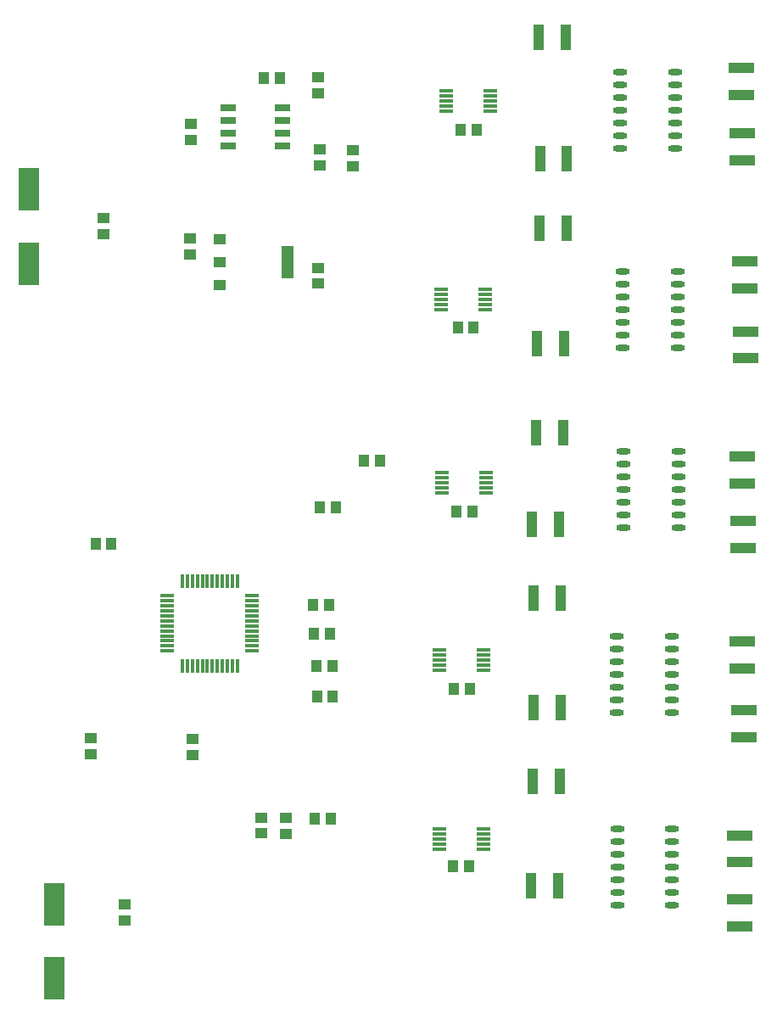
<source format=gtp>
G04*
G04 #@! TF.GenerationSoftware,Altium Limited,Altium Designer,20.0.10 (225)*
G04*
G04 Layer_Color=8421504*
%FSLAX24Y24*%
%MOIN*%
G70*
G01*
G75*
%ADD17R,0.1024X0.0433*%
%ADD18R,0.0433X0.1024*%
%ADD19R,0.0512X0.0394*%
%ADD20R,0.0600X0.0256*%
%ADD21R,0.0394X0.0512*%
%ADD22R,0.0118X0.0581*%
%ADD23R,0.0581X0.0118*%
%ADD24O,0.0571X0.0236*%
%ADD25R,0.0827X0.1654*%
%ADD26R,0.0472X0.0394*%
%ADD27R,0.0472X0.1299*%
%ADD28R,0.0551X0.0118*%
G54D17*
X46470Y6387D02*
D03*
Y7450D02*
D03*
Y4923D02*
D03*
Y3860D02*
D03*
X46580Y18727D02*
D03*
Y19790D02*
D03*
X46540Y22333D02*
D03*
Y21270D02*
D03*
X46542Y35045D02*
D03*
Y33982D02*
D03*
X46532Y36535D02*
D03*
Y37598D02*
D03*
X46570Y15081D02*
D03*
Y14018D02*
D03*
X46620Y11317D02*
D03*
Y12380D02*
D03*
X46670Y30011D02*
D03*
Y28949D02*
D03*
X46680Y26187D02*
D03*
Y27250D02*
D03*
G54D18*
X38468Y23260D02*
D03*
X39532D02*
D03*
X38298Y19660D02*
D03*
X39362D02*
D03*
X38327Y9560D02*
D03*
X39390D02*
D03*
X39671Y34040D02*
D03*
X38609D02*
D03*
X39620Y38790D02*
D03*
X38557D02*
D03*
X39410Y12460D02*
D03*
X38347D02*
D03*
X39410Y16776D02*
D03*
X38347D02*
D03*
X39553Y26780D02*
D03*
X38490D02*
D03*
X39652Y31310D02*
D03*
X38589D02*
D03*
X39320Y5460D02*
D03*
X38257D02*
D03*
G54D19*
X29900Y29750D02*
D03*
Y29120D02*
D03*
X24882Y34780D02*
D03*
Y35410D02*
D03*
X29944Y33760D02*
D03*
Y34390D02*
D03*
X24940Y10590D02*
D03*
Y11220D02*
D03*
X28620Y8135D02*
D03*
Y7505D02*
D03*
X20940Y11280D02*
D03*
Y10650D02*
D03*
X27670Y8150D02*
D03*
Y7520D02*
D03*
X21470Y31700D02*
D03*
Y31070D02*
D03*
X22290Y4740D02*
D03*
Y4110D02*
D03*
X24842Y30905D02*
D03*
Y30275D02*
D03*
X31260Y34380D02*
D03*
Y33750D02*
D03*
X29884Y37245D02*
D03*
Y36615D02*
D03*
G54D20*
X26362Y36025D02*
D03*
Y35525D02*
D03*
Y35025D02*
D03*
Y34525D02*
D03*
X28497D02*
D03*
Y35025D02*
D03*
Y35525D02*
D03*
Y36025D02*
D03*
G54D21*
X27772Y37205D02*
D03*
X28402D02*
D03*
X36135Y35160D02*
D03*
X35505D02*
D03*
X36005Y27400D02*
D03*
X35375D02*
D03*
X35945Y20180D02*
D03*
X35315D02*
D03*
X29690Y16490D02*
D03*
X30320D02*
D03*
X29720Y15370D02*
D03*
X30350D02*
D03*
X29820Y14100D02*
D03*
X30450D02*
D03*
X29840Y12910D02*
D03*
X30470D02*
D03*
X35840Y13210D02*
D03*
X35210D02*
D03*
X35830Y6220D02*
D03*
X35200D02*
D03*
X29760Y8090D02*
D03*
X30390D02*
D03*
X30590Y20350D02*
D03*
X29960D02*
D03*
X31700Y22160D02*
D03*
X32330D02*
D03*
X21140Y18890D02*
D03*
X21770D02*
D03*
G54D22*
X26718Y17443D02*
D03*
X26521D02*
D03*
X26324D02*
D03*
X26127D02*
D03*
X25931D02*
D03*
X25734D02*
D03*
X25537D02*
D03*
X25340D02*
D03*
X25143D02*
D03*
X24946D02*
D03*
X24750D02*
D03*
X24553D02*
D03*
Y14106D02*
D03*
X24750D02*
D03*
X24946D02*
D03*
X25143D02*
D03*
X25340D02*
D03*
X25537D02*
D03*
X25734D02*
D03*
X25931D02*
D03*
X26127D02*
D03*
X26324D02*
D03*
X26521D02*
D03*
X26718D02*
D03*
G54D23*
X23967Y16858D02*
D03*
Y16661D02*
D03*
Y16464D02*
D03*
Y16267D02*
D03*
Y16070D02*
D03*
Y15873D02*
D03*
Y15677D02*
D03*
Y15480D02*
D03*
Y15283D02*
D03*
Y15086D02*
D03*
Y14889D02*
D03*
Y14692D02*
D03*
X27304D02*
D03*
Y14889D02*
D03*
Y15086D02*
D03*
Y15283D02*
D03*
Y15480D02*
D03*
Y15677D02*
D03*
Y15873D02*
D03*
Y16070D02*
D03*
Y16267D02*
D03*
Y16464D02*
D03*
Y16661D02*
D03*
Y16858D02*
D03*
G54D24*
X41899Y22525D02*
D03*
Y22025D02*
D03*
Y21525D02*
D03*
Y21025D02*
D03*
Y20525D02*
D03*
Y20025D02*
D03*
Y19525D02*
D03*
X44045Y22525D02*
D03*
Y22025D02*
D03*
Y21525D02*
D03*
Y21025D02*
D03*
Y20525D02*
D03*
Y20025D02*
D03*
Y19525D02*
D03*
X41869Y29605D02*
D03*
Y29105D02*
D03*
Y28605D02*
D03*
Y28105D02*
D03*
Y27605D02*
D03*
Y27105D02*
D03*
Y26605D02*
D03*
X44015Y29605D02*
D03*
Y29105D02*
D03*
Y28605D02*
D03*
Y28105D02*
D03*
Y27605D02*
D03*
Y27105D02*
D03*
Y26605D02*
D03*
X41632Y15285D02*
D03*
Y14785D02*
D03*
Y14285D02*
D03*
Y13785D02*
D03*
Y13285D02*
D03*
Y12785D02*
D03*
Y12285D02*
D03*
X43778Y15285D02*
D03*
Y14785D02*
D03*
Y14285D02*
D03*
Y13785D02*
D03*
Y13285D02*
D03*
Y12785D02*
D03*
Y12285D02*
D03*
X43912Y34445D02*
D03*
Y34945D02*
D03*
Y35445D02*
D03*
Y35945D02*
D03*
Y36445D02*
D03*
Y36945D02*
D03*
Y37445D02*
D03*
X41766Y34445D02*
D03*
Y34945D02*
D03*
Y35445D02*
D03*
Y35945D02*
D03*
Y36445D02*
D03*
Y36945D02*
D03*
Y37445D02*
D03*
X43805Y4715D02*
D03*
Y5215D02*
D03*
Y5715D02*
D03*
Y6215D02*
D03*
Y6715D02*
D03*
Y7215D02*
D03*
Y7715D02*
D03*
X41659Y4715D02*
D03*
Y5215D02*
D03*
Y5715D02*
D03*
Y6215D02*
D03*
Y6715D02*
D03*
Y7215D02*
D03*
Y7715D02*
D03*
G54D25*
X19510Y4733D02*
D03*
Y1820D02*
D03*
X18530Y32820D02*
D03*
Y29907D02*
D03*
G54D26*
X26016Y30866D02*
D03*
Y29960D02*
D03*
Y29054D02*
D03*
G54D27*
X28693Y29960D02*
D03*
G54D28*
X36656Y35906D02*
D03*
Y36103D02*
D03*
Y36300D02*
D03*
Y36497D02*
D03*
Y36694D02*
D03*
X34924D02*
D03*
Y36497D02*
D03*
Y36300D02*
D03*
Y36103D02*
D03*
Y35906D02*
D03*
X36398Y13951D02*
D03*
Y14148D02*
D03*
Y14345D02*
D03*
Y14542D02*
D03*
Y14739D02*
D03*
X34666D02*
D03*
Y14542D02*
D03*
Y14345D02*
D03*
Y14148D02*
D03*
Y13951D02*
D03*
X36456Y28106D02*
D03*
Y28303D02*
D03*
Y28500D02*
D03*
Y28697D02*
D03*
Y28894D02*
D03*
X34724D02*
D03*
Y28697D02*
D03*
Y28500D02*
D03*
Y28303D02*
D03*
Y28106D02*
D03*
X36398Y6911D02*
D03*
Y7108D02*
D03*
Y7305D02*
D03*
Y7502D02*
D03*
Y7699D02*
D03*
X34666D02*
D03*
Y7502D02*
D03*
Y7305D02*
D03*
Y7108D02*
D03*
Y6911D02*
D03*
X36488Y20911D02*
D03*
Y21108D02*
D03*
Y21305D02*
D03*
Y21502D02*
D03*
Y21699D02*
D03*
X34756D02*
D03*
Y21502D02*
D03*
Y21305D02*
D03*
Y21108D02*
D03*
Y20911D02*
D03*
M02*

</source>
